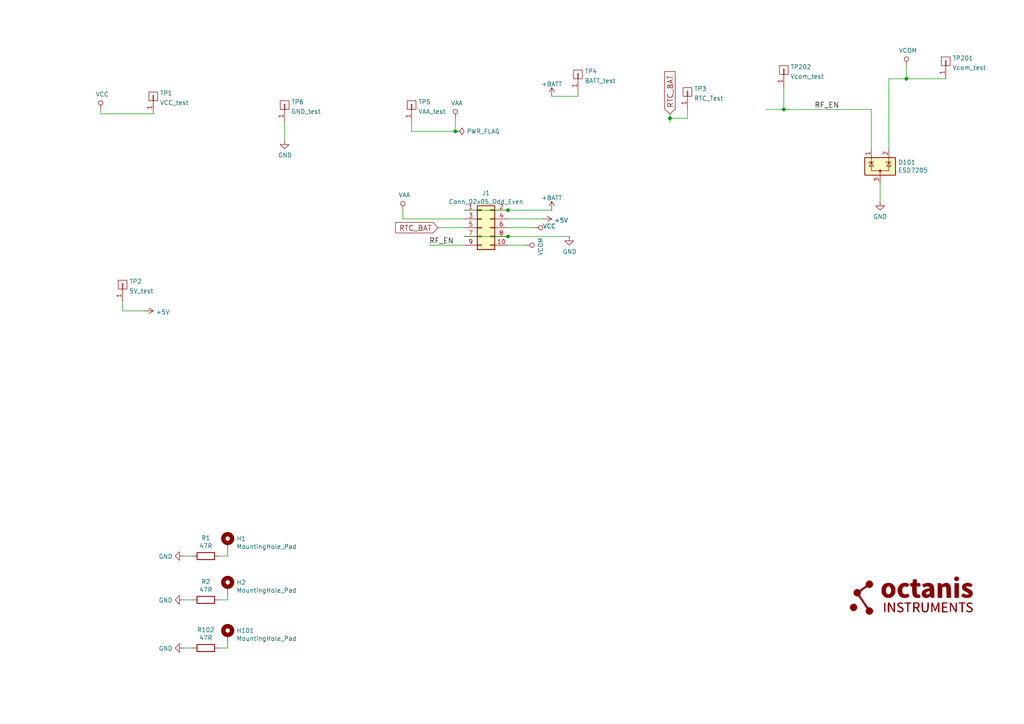
<source format=kicad_sch>
(kicad_sch (version 20211123) (generator eeschema)
  (paper "A4")
  (title_block (title "NB2-MAIN") (date "2022-01-30") (rev "3.2") (company "Octanis Instruments GmbH"))
  (lib_symbols
    (symbol "Connector_Generic:Conn_02x05_Odd_Even" (pin_names (offset 1.016) hide)
      (property "Reference" "J" (at 1.27 7.62 0))
      (property "Value" "Conn_02x05_Odd_Even" (at 1.27 -7.62 0))
      (symbol "Conn_02x05_Odd_Even_1_1"
        (rectangle (start -1.27 -4.953) (end 0 -5.207) (stroke (width 0.1524)))
        (rectangle (start -1.27 -2.413) (end 0 -2.667) (stroke (width 0.1524)))
        (rectangle (start -1.27 0.127) (end 0 -0.127) (stroke (width 0.1524)))
        (rectangle (start -1.27 2.667) (end 0 2.413) (stroke (width 0.1524)))
        (rectangle (start -1.27 5.207) (end 0 4.953) (stroke (width 0.1524)))
        (rectangle (start -1.27 6.35) (end 3.81 -6.35) (stroke (width 0.254)) (fill (type background)))
        (rectangle (start 3.81 -4.953) (end 2.54 -5.207) (stroke (width 0.1524)))
        (rectangle (start 3.81 -2.413) (end 2.54 -2.667) (stroke (width 0.1524)))
        (rectangle (start 3.81 0.127) (end 2.54 -0.127) (stroke (width 0.1524)))
        (rectangle (start 3.81 2.667) (end 2.54 2.413) (stroke (width 0.1524)))
        (rectangle (start 3.81 5.207) (end 2.54 4.953) (stroke (width 0.1524)))
        (pin passive line (at -5.08 5.08 0) (length 3.81) (name "Pin_1") (number "1"))
        (pin passive line (at 7.62 -5.08 180) (length 3.81) (name "Pin_10") (number "10"))
        (pin passive line (at 7.62 5.08 180) (length 3.81) (name "Pin_2") (number "2"))
        (pin passive line (at -5.08 2.54 0) (length 3.81) (name "Pin_3") (number "3"))
        (pin passive line (at 7.62 2.54 180) (length 3.81) (name "Pin_4") (number "4"))
        (pin passive line (at -5.08 0 0) (length 3.81) (name "Pin_5") (number "5"))
        (pin passive line (at 7.62 0 180) (length 3.81) (name "Pin_6") (number "6"))
        (pin passive line (at -5.08 -2.54 0) (length 3.81) (name "Pin_7") (number "7"))
        (pin passive line (at 7.62 -2.54 180) (length 3.81) (name "Pin_8") (number "8"))
        (pin passive line (at -5.08 -5.08 0) (length 3.81) (name "Pin_9") (number "9"))
      )
    )
    (symbol "Device:R" (pin_numbers hide) (pin_names (offset 0))
      (property "Reference" "R" (at 2.032 0 90))
      (property "Value" "Device_R" (at 0 0 90))
      (symbol "R_0_1"
        (rectangle (start -1.016 -2.54) (end 1.016 2.54) (stroke (width 0.254)))
      )
      (symbol "R_1_1"
        (pin passive line (at 0 3.81 270) (length 1.27) (name "~") (number "1"))
        (pin passive line (at 0 -3.81 90) (length 1.27) (name "~") (number "2"))
      )
    )
    (symbol "GND_1" (power) (pin_names (offset 0))
      (property "Value" "GND_1" (at 0 -3.81 0))
      (symbol "GND_1_0_1"
        (polyline (pts (xy 0 0) (xy 0 -1.27) (xy 1.27 -1.27) (xy 0 -2.54) (xy -1.27 -1.27) (xy 0 -1.27)))
      )
      (symbol "GND_1_1_1"
        (pin power_in line (at 0 0 270) (length 0) hide (name "GND") (number "1"))
      )
    )
    (symbol "Mechanical:MountingHole_Pad" (pin_numbers hide) (pin_names (offset 1.016) hide)
      (property "Reference" "H" (at 0 6.35 0))
      (property "Value" "Mechanical_MountingHole_Pad" (at 0 4.445 0))
      (symbol "MountingHole_Pad_0_1"
        (circle (center 0 1.27) (radius 1.27) (stroke (width 1.27)))
      )
      (symbol "MountingHole_Pad_1_1"
        (pin input line (at 0 -2.54 90) (length 2.54) (name "1") (number "1"))
      )
    )
    (symbol "Nestbox_v2-rescue:+5V-power1" (power) (pin_names (offset 0))
      (property "Value" "+5V-power1" (at 0 3.556 0))
      (symbol "+5V-power1_0_1"
        (polyline (pts (xy -0.762 1.27) (xy 0 2.54)))
        (polyline (pts (xy 0 0) (xy 0 2.54)))
        (polyline (pts (xy 0 2.54) (xy 0.762 1.27)))
      )
      (symbol "+5V-power1_1_1"
        (pin power_in line (at 0 0 90) (length 0) hide (name "+5V") (number "1"))
      )
    )
    (symbol "Nestbox_v2-rescue:+BATT-power1" (power) (pin_names (offset 0))
      (property "Value" "+BATT-power1" (at 0 3.556 0))
      (symbol "+BATT-power1_0_1"
        (polyline (pts (xy -0.762 1.27) (xy 0 2.54)))
        (polyline (pts (xy 0 0) (xy 0 2.54)))
        (polyline (pts (xy 0 2.54) (xy 0.762 1.27)))
      )
      (symbol "+BATT-power1_1_1"
        (pin power_in line (at 0 0 90) (length 0) hide (name "+BATT") (number "1"))
      )
    )
    (symbol "Nestbox_v2-rescue:CONN_01X01" (pin_names (offset 1.016) hide)
      (property "Reference" "J" (at 0 2.54 0))
      (property "Value" "CONN_01X01" (at 2.54 0 90))
      (symbol "CONN_01X01_0_1"
        (rectangle (start -1.27 0.127) (end 0.254 -0.127))
        (rectangle (start -1.27 1.27) (end 1.27 -1.27))
      )
      (symbol "CONN_01X01_1_1"
        (pin passive line (at -5.08 0 0) (length 3.81) (name "P1") (number "1"))
      )
    )
    (symbol "Nestbox_v2-rescue:GND-power1" (power) (pin_names (offset 0))
      (property "Value" "GND-power1" (at 0 -3.81 0))
      (symbol "GND-power1_0_1"
        (polyline (pts (xy 0 0) (xy 0 -1.27) (xy 1.27 -1.27) (xy 0 -2.54) (xy -1.27 -1.27) (xy 0 -1.27)))
      )
      (symbol "GND-power1_1_1"
        (pin power_in line (at 0 0 270) (length 0) hide (name "GND") (number "1"))
      )
    )
    (symbol "Nestbox_v2-rescue:VAA-power1" (power) (pin_names (offset 0))
      (property "Value" "VAA-power1" (at 0 3.81 0))
      (symbol "VAA-power1_0_1"
        (polyline (pts (xy 0 0) (xy 0 1.27)))
        (circle (center 0 1.905) (radius 0.635))
      )
      (symbol "VAA-power1_1_1"
        (pin power_in line (at 0 0 90) (length 0) hide (name "VAA") (number "1"))
      )
    )
    (symbol "Power_Protection:SP0502BAHT" (pin_names hide)
      (property "Reference" "D" (at 5.715 2.54 0))
      (property "Value" "Power_Protection_SP0502BAHT" (at 5.715 0.635 0))
      (symbol "SP0502BAHT_0_0"
        (pin passive line (at 0 -5.08 90) (length 2.54) (name "A") (number "3"))
      )
      (symbol "SP0502BAHT_0_1"
        (rectangle (start -4.445 2.54) (end 4.445 -2.54) (stroke (width 0.254)) (fill (type background)))
        (circle (center 0 -1.27) (radius 0.254) (fill (type outline)))
        (polyline (pts (xy -2.54 2.54) (xy -2.54 1.27)))
        (polyline (pts (xy 0 -1.27) (xy 0 -2.54)))
        (polyline (pts (xy 2.54 2.54) (xy 2.54 1.27)))
        (polyline (pts (xy -3.302 1.016) (xy -3.302 1.27) (xy -1.905 1.27) (xy -1.778 1.27)))
        (polyline (pts (xy -2.54 1.27) (xy -2.54 -1.27) (xy 2.54 -1.27) (xy 2.54 1.27)))
        (polyline (pts (xy -2.54 1.27) (xy -1.905 0) (xy -3.175 0) (xy -2.54 1.27)))
        (polyline (pts (xy 1.778 1.016) (xy 1.778 1.27) (xy 3.175 1.27) (xy 3.302 1.27)))
        (polyline (pts (xy 2.54 1.27) (xy 1.905 0) (xy 3.175 0) (xy 2.54 1.27)))
      )
      (symbol "SP0502BAHT_1_1"
        (pin passive line (at -2.54 5.08 270) (length 2.54) (name "K") (number "1"))
        (pin passive line (at 2.54 5.08 270) (length 2.54) (name "K") (number "2"))
      )
    )
    (symbol "oi_logo:LOGO" (pin_names (offset 1.016))
      (symbol "LOGO_0_0"
        (polyline (pts (xy 13.9192 3.5306) (xy 12.7 3.5306) (xy 12.7 -0.635) (xy 13.9192 -0.635) (xy 13.9192 3.5306)) (stroke (width 0.0254)) (fill (type outline)))
        (polyline (pts (xy 13.589 4.2926) (xy 13.843 4.4704) (xy 13.9954 4.7498) (xy 13.97 5.0038) (xy 13.7922 5.2578) (xy 13.716 5.3086) (xy 13.4366 5.461) (xy 13.1318 5.461) (xy 12.8778 5.3594) (xy 12.6746 5.1308) (xy 12.5984 4.8514) (xy 12.6492 4.6228) (xy 12.7762 4.3942) (xy 12.9794 4.2672) (xy 13.2842 4.2164) (xy 13.589 4.2926)) (stroke (width 0.0254)) (fill (type outline)))
        (polyline (pts (xy -7.4676 -4.7752) (xy -7.4422 -4.6228) (xy -7.4168 -4.3688) (xy -7.4168 -2.5908) (xy -7.4422 -2.3114) (xy -7.4676 -2.1336) (xy -7.493 -2.0574) (xy -7.5438 -2.032) (xy -7.5946 -2.0574) (xy -7.62 -2.1082) (xy -7.6454 -2.2606) (xy -7.6708 -2.5146) (xy -7.6708 -4.2926) (xy -7.6454 -4.572) (xy -7.62 -4.7498) (xy -7.5946 -4.826) (xy -7.5438 -4.8514) (xy -7.493 -4.8514) (xy -7.4676 -4.7752)) (stroke (width 0.0254)) (fill (type outline)))
        (polyline (pts (xy -16.1798 -4.3942) (xy -15.9258 -4.2418) (xy -15.748 -4.0386) (xy -15.5956 -3.6576) (xy -15.5702 -3.2766) (xy -15.6972 -2.921) (xy -15.9512 -2.6162) (xy -16.3322 -2.4384) (xy -16.4338 -2.413) (xy -16.7894 -2.4384) (xy -17.1196 -2.5908) (xy -17.4244 -2.8448) (xy -17.6022 -3.175) (xy -17.6276 -3.4036) (xy -17.5768 -3.7846) (xy -17.3482 -4.1148) (xy -16.9926 -4.3942) (xy -16.8148 -4.4704) (xy -16.51 -4.4704) (xy -16.1798 -4.3942)) (stroke (width 0.0254)) (fill (type outline)))
        (polyline (pts (xy 10.6172 -4.826) (xy 10.7188 -4.7752) (xy 10.7442 -4.7244) (xy 10.7442 -4.6736) (xy 10.6426 -4.6228) (xy 10.4394 -4.5974) (xy 9.4234 -4.5974) (xy 9.4234 -3.5306) (xy 10.3124 -3.5306) (xy 10.4394 -3.4798) (xy 10.4902 -3.4036) (xy 10.4902 -3.3782) (xy 10.4394 -3.302) (xy 10.2616 -3.2766) (xy 9.4234 -3.2766) (xy 9.4234 -2.286) (xy 10.4902 -2.286) (xy 10.6426 -2.2352) (xy 10.668 -2.159) (xy 10.6172 -2.0828) (xy 10.4902 -2.0574) (xy 10.2616 -2.032) (xy 9.0678 -2.032) (xy 9.0678 -4.8514) (xy 10.3886 -4.8514) (xy 10.6172 -4.826)) (stroke (width 0.0254)) (fill (type outline)))
        (polyline (pts (xy 15.0368 -4.7752) (xy 15.0622 -4.6482) (xy 15.0622 -4.4196) (xy 15.0876 -4.064) (xy 15.0876 -2.286) (xy 15.6464 -2.286) (xy 15.8242 -2.2606) (xy 15.875 -2.159) (xy 15.8496 -2.1082) (xy 15.7734 -2.0828) (xy 15.5956 -2.0574) (xy 15.2908 -2.032) (xy 14.5034 -2.032) (xy 14.1732 -2.0574) (xy 13.97 -2.0574) (xy 13.8684 -2.1082) (xy 13.843 -2.159) (xy 13.8684 -2.2352) (xy 13.9954 -2.286) (xy 14.732 -2.286) (xy 14.732 -4.4958) (xy 14.7574 -4.699) (xy 14.7828 -4.8006) (xy 14.8336 -4.8514) (xy 14.986 -4.8514) (xy 15.0368 -4.7752)) (stroke (width 0.0254)) (fill (type outline)))
        (polyline (pts (xy -0.7874 -4.8006) (xy -0.7366 -4.6736) (xy -0.7112 -4.4704) (xy -0.7112 -4.1148) (xy -0.6858 -3.6068) (xy -0.6604 -2.3368) (xy -0.254 -2.3114) (xy -0.1016 -2.3114) (xy 0.1016 -2.2606) (xy 0.1778 -2.159) (xy 0.1524 -2.1336) (xy 0.0762 -2.0828) (xy -0.1016 -2.0574) (xy -0.4064 -2.032) (xy -1.1938 -2.032) (xy -1.524 -2.0574) (xy -1.7272 -2.0574) (xy -1.8288 -2.1082) (xy -1.8542 -2.159) (xy -1.8288 -2.2352) (xy -1.7018 -2.286) (xy -0.9652 -2.286) (xy -0.9652 -4.5466) (xy -0.9398 -4.7244) (xy -0.889 -4.826) (xy -0.8382 -4.8514) (xy -0.7874 -4.8006)) (stroke (width 0.0254)) (fill (type outline)))
        (polyline (pts (xy 9.0678 2.286) (xy 9.3726 2.4638) (xy 9.6012 2.5908) (xy 9.906 2.6416) (xy 10.1854 2.5146) (xy 10.2108 2.4892) (xy 10.2616 2.413) (xy 10.3124 2.3114) (xy 10.3378 2.1336) (xy 10.3632 1.8542) (xy 10.3632 1.4478) (xy 10.3886 0.889) (xy 10.414 -0.635) (xy 11.6586 -0.635) (xy 11.6332 0.9906) (xy 11.6332 1.0922) (xy 11.6078 1.651) (xy 11.5824 2.0828) (xy 11.557 2.3876) (xy 11.5316 2.6162) (xy 11.4808 2.794) (xy 11.4046 2.9464) (xy 11.1506 3.3274) (xy 10.795 3.556) (xy 10.3886 3.6576) (xy 9.906 3.5814) (xy 9.4234 3.3528) (xy 9.2202 3.2258) (xy 9.0424 3.1242) (xy 8.9408 3.0734) (xy 8.8646 3.302) (xy 8.8392 3.4036) (xy 8.763 3.4798) (xy 8.6106 3.5052) (xy 8.3312 3.5306) (xy 7.8486 3.5306) (xy 7.8486 -0.635) (xy 9.0678 -0.635) (xy 9.0678 2.286)) (stroke (width 0.0254)) (fill (type outline)))
        (polyline (pts (xy -1.143 -0.6096) (xy -0.7112 -0.4318) (xy -0.3556 -0.2286) (xy -0.5588 0.0762) (xy -0.5842 0.1524) (xy -0.7366 0.381) (xy -0.8382 0.4826) (xy -0.9652 0.4826) (xy -1.143 0.4064) (xy -1.4732 0.2794) (xy -1.8288 0.3048) (xy -2.159 0.4572) (xy -2.3876 0.7366) (xy -2.5146 1.1176) (xy -2.54 1.6002) (xy -2.4384 2.0066) (xy -2.2606 2.3622) (xy -1.9812 2.5908) (xy -1.651 2.667) (xy -1.2954 2.6162) (xy -0.9906 2.4638) (xy -0.7112 2.8448) (xy -0.4318 3.2004) (xy -0.635 3.3528) (xy -0.8636 3.4798) (xy -1.2954 3.6068) (xy -1.778 3.6322) (xy -2.286 3.556) (xy -2.7178 3.4036) (xy -2.8194 3.3274) (xy -3.048 3.1496) (xy -3.2766 2.921) (xy -3.4798 2.667) (xy -3.7084 2.159) (xy -3.7846 1.6002) (xy -3.7592 1.0668) (xy -3.6068 0.5334) (xy -3.3528 0.0508) (xy -2.9718 -0.3302) (xy -2.5146 -0.5842) (xy -2.1336 -0.6604) (xy -1.6256 -0.6858) (xy -1.143 -0.6096)) (stroke (width 0.0254)) (fill (type outline)))
        (polyline (pts (xy 2.5654 -0.635) (xy 2.667 -0.5842) (xy 2.7432 -0.4826) (xy 2.7432 -0.2794) (xy 2.6924 0.0508) (xy 2.6416 0.1778) (xy 2.5146 0.254) (xy 2.286 0.254) (xy 2.0828 0.2794) (xy 1.905 0.3556) (xy 1.778 0.4826) (xy 1.7272 0.7366) (xy 1.6764 1.1176) (xy 1.6764 2.6416) (xy 2.7178 2.6416) (xy 2.7178 3.5052) (xy 2.2352 3.5306) (xy 1.7272 3.556) (xy 1.7018 4.1148) (xy 1.651 4.6736) (xy 0.7112 4.6736) (xy 0.6604 4.3434) (xy 0.6096 4.1402) (xy 0.5588 3.8354) (xy 0.508 3.6322) (xy 0.4572 3.556) (xy 0.3556 3.5306) (xy -0.1016 3.5306) (xy -0.1016 2.8702) (xy -0.0508 2.7178) (xy 0.0254 2.6416) (xy 0.4318 2.6416) (xy 0.4318 1.7526) (xy 0.4572 1.0668) (xy 0.508 0.5588) (xy 0.6096 0.1524) (xy 0.762 -0.1524) (xy 0.9652 -0.381) (xy 1.2446 -0.5588) (xy 1.3208 -0.6096) (xy 1.7018 -0.6858) (xy 2.159 -0.6858) (xy 2.5654 -0.635)) (stroke (width 0.0254)) (fill (type outline)))
        (polyline (pts (xy 13.2334 -4.826) (xy 13.2588 -4.7498) (xy 13.2842 -4.5974) (xy 13.3096 -4.3434) (xy 13.3096 -2.6162) (xy 13.2842 -2.3368) (xy 13.2588 -2.159) (xy 13.2334 -2.0574) (xy 13.1826 -2.032) (xy 13.1318 -2.0574) (xy 13.081 -2.1844) (xy 13.0556 -2.3876) (xy 13.0302 -2.7178) (xy 13.0302 -3.2004) (xy 13.0048 -4.3688) (xy 12.3444 -3.2004) (xy 12.2428 -3.0226) (xy 11.9888 -2.5654) (xy 11.7856 -2.2606) (xy 11.6332 -2.0828) (xy 11.5316 -2.032) (xy 11.5062 -2.032) (xy 11.4554 -2.0574) (xy 11.4046 -2.1336) (xy 11.4046 -2.286) (xy 11.3792 -2.54) (xy 11.3792 -4.2926) (xy 11.4046 -4.572) (xy 11.43 -4.7498) (xy 11.4554 -4.826) (xy 11.5062 -4.8514) (xy 11.557 -4.826) (xy 11.6078 -4.699) (xy 11.6332 -4.4958) (xy 11.6332 -2.5146) (xy 12.319 -3.683) (xy 12.446 -3.937) (xy 12.7254 -4.3688) (xy 12.9032 -4.6482) (xy 13.0556 -4.8006) (xy 13.1572 -4.8514) (xy 13.1826 -4.8514) (xy 13.2334 -4.826)) (stroke (width 0.0254)) (fill (type outline)))
        (polyline (pts (xy 4.5974 -4.8006) (xy 4.826 -4.6482) (xy 5.0038 -4.3942) (xy 5.1054 -4.0386) (xy 5.1816 -3.5052) (xy 5.207 -2.8448) (xy 5.207 -2.54) (xy 5.1816 -2.2606) (xy 5.1562 -2.1082) (xy 5.1054 -2.0574) (xy 5.0292 -2.032) (xy 4.9784 -2.032) (xy 4.9276 -2.0828) (xy 4.8768 -2.1844) (xy 4.8514 -2.3622) (xy 4.8514 -2.667) (xy 4.826 -3.1242) (xy 4.826 -3.6068) (xy 4.8006 -3.937) (xy 4.7498 -4.1656) (xy 4.699 -4.2926) (xy 4.5466 -4.4958) (xy 4.2672 -4.5974) (xy 3.9624 -4.572) (xy 3.7084 -4.4196) (xy 3.6576 -4.3942) (xy 3.6068 -4.2926) (xy 3.556 -4.1402) (xy 3.5306 -3.937) (xy 3.5306 -2.7686) (xy 3.5052 -2.413) (xy 3.5052 -2.2098) (xy 3.4798 -2.0828) (xy 3.429 -2.032) (xy 3.302 -2.032) (xy 3.2512 -2.0574) (xy 3.2004 -2.159) (xy 3.175 -2.3114) (xy 3.175 -3.4544) (xy 3.2258 -3.9624) (xy 3.302 -4.3434) (xy 3.4036 -4.5974) (xy 3.5814 -4.7498) (xy 3.6322 -4.7752) (xy 3.8608 -4.826) (xy 4.1656 -4.8514) (xy 4.2672 -4.8514) (xy 4.5974 -4.8006)) (stroke (width 0.0254)) (fill (type outline)))
        (polyline (pts (xy -2.7432 -4.826) (xy -2.413 -4.699) (xy -2.1844 -4.4704) (xy -2.1082 -4.1148) (xy -2.1336 -4.064) (xy -2.159 -3.8354) (xy -2.286 -3.6322) (xy -2.54 -3.429) (xy -2.921 -3.2258) (xy -3.0226 -3.175) (xy -3.302 -3.0226) (xy -3.4544 -2.8956) (xy -3.5306 -2.7432) (xy -3.5052 -2.5908) (xy -3.3528 -2.413) (xy -3.1242 -2.3114) (xy -2.8448 -2.3114) (xy -2.54 -2.3876) (xy -2.413 -2.4384) (xy -2.286 -2.413) (xy -2.2606 -2.3114) (xy -2.3876 -2.1844) (xy -2.413 -2.1844) (xy -2.6924 -2.0574) (xy -3.0226 -2.032) (xy -3.3528 -2.0828) (xy -3.6068 -2.2098) (xy -3.7846 -2.413) (xy -3.8608 -2.7178) (xy -3.7846 -2.9972) (xy -3.5306 -3.2766) (xy -3.0988 -3.5306) (xy -2.5908 -3.8354) (xy -2.4892 -3.9624) (xy -2.413 -4.1402) (xy -2.4892 -4.3434) (xy -2.6416 -4.4958) (xy -2.8956 -4.572) (xy -3.2258 -4.572) (xy -3.5306 -4.445) (xy -3.6576 -4.3942) (xy -3.8608 -4.3688) (xy -3.9624 -4.4196) (xy -3.9116 -4.5466) (xy -3.7338 -4.699) (xy -3.7084 -4.7244) (xy -3.4036 -4.826) (xy -3.0226 -4.8514) (xy -2.7432 -4.826)) (stroke (width 0.0254)) (fill (type outline)))
        (polyline (pts (xy 17.3228 -4.826) (xy 17.526 -4.7752) (xy 17.7292 -4.5974) (xy 17.8816 -4.3942) (xy 17.9832 -4.0894) (xy 17.907 -3.81) (xy 17.653 -3.5306) (xy 17.2212 -3.2766) (xy 16.8402 -3.0734) (xy 16.6116 -2.8702) (xy 16.5608 -2.6924) (xy 16.637 -2.4892) (xy 16.8402 -2.3368) (xy 17.145 -2.3114) (xy 17.6784 -2.4638) (xy 17.8308 -2.413) (xy 17.8562 -2.3368) (xy 17.7546 -2.2352) (xy 17.5514 -2.1336) (xy 17.2974 -2.0574) (xy 17.018 -2.032) (xy 16.9926 -2.032) (xy 16.6624 -2.1082) (xy 16.4084 -2.286) (xy 16.256 -2.54) (xy 16.2306 -2.8448) (xy 16.3322 -3.1242) (xy 16.4846 -3.2512) (xy 16.7386 -3.4036) (xy 17.018 -3.5814) (xy 17.2212 -3.6576) (xy 17.4498 -3.81) (xy 17.5768 -3.937) (xy 17.6276 -4.064) (xy 17.6022 -4.2418) (xy 17.5006 -4.445) (xy 17.3482 -4.5466) (xy 17.0434 -4.5974) (xy 16.7386 -4.5466) (xy 16.4592 -4.4196) (xy 16.2814 -4.318) (xy 16.1798 -4.2926) (xy 16.129 -4.3942) (xy 16.1798 -4.572) (xy 16.383 -4.7244) (xy 16.4592 -4.7498) (xy 16.7386 -4.826) (xy 17.0434 -4.8514) (xy 17.3228 -4.826)) (stroke (width 0.0254)) (fill (type outline)))
        (polyline (pts (xy -6.2992 -4.8006) (xy -6.2738 -4.6736) (xy -6.2738 -2.6162) (xy -6.2484 -2.5654) (xy -6.223 -2.5908) (xy -6.1468 -2.7432) (xy -5.9944 -3.0226) (xy -5.7912 -3.3528) (xy -5.5626 -3.7592) (xy -5.5118 -3.8862) (xy -5.2324 -4.318) (xy -5.0292 -4.5974) (xy -4.9022 -4.7752) (xy -4.7752 -4.8514) (xy -4.7244 -4.8514) (xy -4.6736 -4.826) (xy -4.6228 -4.7498) (xy -4.5974 -4.5974) (xy -4.5974 -2.3368) (xy -4.6228 -2.159) (xy -4.6482 -2.0828) (xy -4.699 -2.032) (xy -4.8006 -2.032) (xy -4.8768 -2.0574) (xy -4.9022 -2.0828) (xy -4.9276 -2.2098) (xy -4.953 -2.413) (xy -4.953 -2.7432) (xy -4.9276 -3.2258) (xy -4.8768 -4.4196) (xy -5.5626 -3.2258) (xy -5.6642 -3.0226) (xy -5.8928 -2.6162) (xy -6.096 -2.3368) (xy -6.223 -2.159) (xy -6.3246 -2.0574) (xy -6.4262 -2.032) (xy -6.477 -2.032) (xy -6.5532 -2.0574) (xy -6.5786 -2.1336) (xy -6.604 -2.286) (xy -6.604 -2.54) (xy -6.6294 -2.921) (xy -6.6294 -3.8608) (xy -6.604 -4.2672) (xy -6.604 -4.5466) (xy -6.5786 -4.7244) (xy -6.5532 -4.8006) (xy -6.5024 -4.8514) (xy -6.35 -4.8514) (xy -6.2992 -4.8006)) (stroke (width 0.0254)) (fill (type outline)))
        (polyline (pts (xy -6.0706 -0.6604) (xy -5.5372 -0.4572) (xy -5.08 -0.127) (xy -4.7498 0.3302) (xy -4.6482 0.5334) (xy -4.5466 0.7874) (xy -4.4958 1.0668) (xy -4.4704 1.4478) (xy -4.4704 1.524) (xy -4.5466 2.159) (xy -4.7752 2.6924) (xy -5.1054 3.1242) (xy -5.6134 3.4544) (xy -5.8674 3.556) (xy -6.3754 3.6322) (xy -6.9088 3.5814) (xy -7.4168 3.429) (xy -7.8486 3.1496) (xy -8.0772 2.8448) (xy -8.3058 2.3622) (xy -8.4328 1.8288) (xy -8.4328 1.4224) (xy -7.239 1.4224) (xy -7.239 1.5748) (xy -7.1628 2.0574) (xy -7.0358 2.3876) (xy -6.7818 2.5908) (xy -6.7564 2.6162) (xy -6.4262 2.6924) (xy -6.1214 2.6162) (xy -5.8928 2.3622) (xy -5.7404 1.9558) (xy -5.6896 1.7272) (xy -5.6896 1.2446) (xy -5.7912 0.8382) (xy -6.0198 0.508) (xy -6.0198 0.4826) (xy -6.2992 0.3048) (xy -6.5786 0.254) (xy -6.8326 0.381) (xy -7.0358 0.6096) (xy -7.1882 0.9652) (xy -7.239 1.4224) (xy -8.4328 1.4224) (xy -8.4582 1.2446) (xy -8.382 0.6604) (xy -8.3566 0.5842) (xy -8.1534 0.254) (xy -7.874 -0.1016) (xy -7.5438 -0.381) (xy -7.1882 -0.5842) (xy -7.1628 -0.5842) (xy -6.604 -0.7112) (xy -6.0706 -0.6604)) (stroke (width 0.0254)) (fill (type outline)))
        (polyline (pts (xy 0.9906 -4.826) (xy 1.016 -4.7498) (xy 1.0414 -4.572) (xy 1.0668 -4.2418) (xy 1.0668 -3.6322) (xy 1.4732 -3.6322) (xy 1.6002 -3.7338) (xy 1.7272 -3.9116) (xy 1.905 -4.191) (xy 1.9304 -4.2418) (xy 2.0828 -4.5212) (xy 2.2352 -4.7244) (xy 2.3368 -4.826) (xy 2.3622 -4.826) (xy 2.4892 -4.8514) (xy 2.54 -4.7752) (xy 2.4638 -4.572) (xy 2.286 -4.2418) (xy 2.2606 -4.191) (xy 2.0828 -3.9116) (xy 2.032 -3.7338) (xy 2.032 -3.6322) (xy 2.0828 -3.5814) (xy 2.3114 -3.4036) (xy 2.4892 -3.1496) (xy 2.54 -2.8448) (xy 2.5146 -2.6162) (xy 2.413 -2.3368) (xy 2.159 -2.159) (xy 1.8034 -2.0574) (xy 1.27 -2.032) (xy 0.7112 -2.032) (xy 0.7112 -3.3528) (xy 1.0668 -3.3528) (xy 1.0668 -2.286) (xy 1.4478 -2.286) (xy 1.7272 -2.3368) (xy 1.9812 -2.3876) (xy 2.1082 -2.4384) (xy 2.1844 -2.5908) (xy 2.2098 -2.8194) (xy 2.2098 -2.8956) (xy 2.159 -3.1242) (xy 2.032 -3.2766) (xy 1.9812 -3.2766) (xy 1.7526 -3.3274) (xy 1.4478 -3.3528) (xy 1.0668 -3.3528) (xy 0.7112 -3.3528) (xy 0.7112 -4.5212) (xy 0.7366 -4.699) (xy 0.762 -4.8006) (xy 0.8128 -4.8514) (xy 0.889 -4.8514) (xy 0.9906 -4.826)) (stroke (width 0.0254)) (fill (type outline)))
        (polyline (pts (xy 6.223 -4.8006) (xy 6.2484 -4.699) (xy 6.2484 -2.6416) (xy 6.2738 -2.6162) (xy 6.3246 -2.7178) (xy 6.4008 -2.9464) (xy 6.5278 -3.2766) (xy 6.6802 -3.6576) (xy 6.7818 -3.937) (xy 6.9342 -4.2418) (xy 7.0358 -4.4704) (xy 7.112 -4.572) (xy 7.1628 -4.4958) (xy 7.2898 -4.2926) (xy 7.4168 -3.9624) (xy 7.5946 -3.5306) (xy 7.5946 -3.4798) (xy 7.747 -3.0734) (xy 7.8486 -2.7686) (xy 7.9502 -2.54) (xy 7.9756 -2.4638) (xy 7.9756 -3.2258) (xy 7.9502 -3.6576) (xy 7.9502 -3.81) (xy 7.9248 -4.2418) (xy 7.9248 -4.5466) (xy 7.9502 -4.7244) (xy 7.9756 -4.8006) (xy 8.0264 -4.8514) (xy 8.1534 -4.8514) (xy 8.2042 -4.826) (xy 8.255 -4.7498) (xy 8.2804 -4.5974) (xy 8.2804 -2.032) (xy 8.0264 -2.032) (xy 7.9502 -2.0828) (xy 7.874 -2.1844) (xy 7.7724 -2.3622) (xy 7.6454 -2.667) (xy 7.493 -3.0988) (xy 7.112 -4.1656) (xy 6.731 -3.1242) (xy 6.604 -2.7178) (xy 6.477 -2.413) (xy 6.3754 -2.2098) (xy 6.2738 -2.0828) (xy 6.1722 -2.0574) (xy 6.1214 -2.032) (xy 6.0706 -2.0574) (xy 6.0198 -2.1336) (xy 6.0198 -2.286) (xy 5.9944 -2.54) (xy 5.9944 -4.3688) (xy 6.0198 -4.6228) (xy 6.0452 -4.7752) (xy 6.0706 -4.826) (xy 6.1214 -4.8514) (xy 6.1722 -4.8514) (xy 6.223 -4.8006)) (stroke (width 0.0254)) (fill (type outline)))
        (polyline (pts (xy 16.5608 -0.6604) (xy 16.9672 -0.6096) (xy 17.2974 -0.4826) (xy 17.653 -0.2032) (xy 17.8816 0.1524) (xy 17.9324 0.6096) (xy 17.9324 0.635) (xy 17.8816 1.016) (xy 17.7292 1.2954) (xy 17.4498 1.5494) (xy 17.0434 1.778) (xy 16.891 1.8288) (xy 16.129 2.2098) (xy 16.0782 2.286) (xy 16.0528 2.3622) (xy 16.0528 2.4638) (xy 16.0782 2.4638) (xy 16.1036 2.6162) (xy 16.2306 2.6924) (xy 16.4592 2.7178) (xy 16.7894 2.6924) (xy 17.1196 2.5908) (xy 17.1704 2.5654) (xy 17.3482 2.4892) (xy 17.4498 2.5146) (xy 17.5514 2.6416) (xy 17.6276 2.7178) (xy 17.78 2.9464) (xy 17.8308 3.0988) (xy 17.78 3.2258) (xy 17.6022 3.3274) (xy 17.1704 3.5306) (xy 16.6116 3.6576) (xy 16.0274 3.6068) (xy 15.5194 3.4036) (xy 15.1892 3.175) (xy 14.9606 2.794) (xy 14.9098 2.3368) (xy 14.9352 2.0828) (xy 15.0368 1.8288) (xy 15.24 1.5748) (xy 15.5702 1.3462) (xy 16.0528 1.0922) (xy 16.3322 0.9652) (xy 16.6624 0.762) (xy 16.8148 0.5842) (xy 16.8402 0.4318) (xy 16.7132 0.2794) (xy 16.6624 0.2794) (xy 16.383 0.1778) (xy 16.002 0.2286) (xy 15.5956 0.381) (xy 15.1892 0.5842) (xy 14.9098 0.2286) (xy 14.6558 -0.1524) (xy 14.9352 -0.3048) (xy 14.9606 -0.3302) (xy 15.24 -0.4826) (xy 15.5448 -0.5842) (xy 15.6718 -0.635) (xy 16.1036 -0.6858) (xy 16.5608 -0.6604)) (stroke (width 0.0254)) (fill (type outline)))
        (polyline (pts (xy 4.8006 -0.635) (xy 5.1054 -0.5334) (xy 5.3594 -0.4064) (xy 5.5118 -0.2794) (xy 5.588 -0.2032) (xy 5.6896 -0.2032) (xy 5.7404 -0.381) (xy 5.7658 -0.4572) (xy 5.842 -0.5334) (xy 5.9944 -0.5842) (xy 6.2738 -0.6096) (xy 6.7818 -0.635) (xy 6.7818 1.4986) (xy 6.731 2.0574) (xy 6.6548 2.5146) (xy 6.5786 2.8448) (xy 6.4262 3.0734) (xy 6.35 3.2004) (xy 5.9944 3.4544) (xy 5.5372 3.6068) (xy 5.0038 3.6322) (xy 4.445 3.5814) (xy 3.8862 3.3782) (xy 3.6068 3.2512) (xy 3.429 3.1496) (xy 3.3528 3.0988) (xy 3.3528 3.0734) (xy 3.4544 2.921) (xy 3.556 2.7178) (xy 3.683 2.5146) (xy 3.7592 2.3876) (xy 3.81 2.3876) (xy 3.9624 2.4384) (xy 4.2164 2.54) (xy 4.4958 2.6416) (xy 4.826 2.7178) (xy 5.1054 2.667) (xy 5.334 2.5146) (xy 5.4356 2.3876) (xy 5.5372 2.2098) (xy 5.5118 2.0574) (xy 5.3086 2.032) (xy 5.207 2.032) (xy 4.826 1.9558) (xy 4.3942 1.8542) (xy 4.0132 1.6764) (xy 3.7084 1.524) (xy 3.5052 1.3462) (xy 3.2766 0.9652) (xy 3.2004 0.5588) (xy 3.2004 0.508) (xy 4.3688 0.508) (xy 4.3688 0.762) (xy 4.5466 0.9906) (xy 4.8514 1.1684) (xy 5.0038 1.2446) (xy 5.2832 1.3208) (xy 5.461 1.2954) (xy 5.5372 1.1684) (xy 5.5626 0.9398) (xy 5.5372 0.7112) (xy 5.4864 0.5334) (xy 5.334 0.4064) (xy 5.1054 0.3048) (xy 4.826 0.254) (xy 4.572 0.3048) (xy 4.4196 0.4318) (xy 4.3688 0.508) (xy 3.2004 0.508) (xy 3.2512 0.1524) (xy 3.4544 -0.2286) (xy 3.81 -0.5334) (xy 3.8354 -0.5334) (xy 4.1148 -0.6604) (xy 4.3942 -0.7112) (xy 4.4958 -0.7112) (xy 4.8006 -0.635)) (stroke (width 0.0254)) (fill (type outline)))
        (polyline (pts (xy -11.6586 -5.4864) (xy -11.3538 -5.3086) (xy -11.1252 -5.0292) (xy -10.9728 -4.6736) (xy -10.9728 -4.2926) (xy -11.0236 -4.1402) (xy -11.2268 -3.8354) (xy -11.5316 -3.6068) (xy -11.8618 -3.4798) (xy -12.192 -3.4798) (xy -12.2682 -3.4544) (xy -12.3444 -3.4036) (xy -12.4714 -3.2766) (xy -12.6492 -3.048) (xy -12.8778 -2.7432) (xy -13.1826 -2.286) (xy -13.5636 -1.7272) (xy -14.7574 0.0508) (xy -14.605 0.3556) (xy -14.5034 0.6096) (xy -14.5034 1.016) (xy -14.478 1.1176) (xy -14.4018 1.2192) (xy -14.2494 1.3716) (xy -13.9954 1.5494) (xy -13.6144 1.8288) (xy -12.7 2.4638) (xy -12.4206 2.3114) (xy -12.3952 2.3114) (xy -12.0396 2.2098) (xy -11.684 2.286) (xy -11.3538 2.4638) (xy -11.1252 2.7178) (xy -10.9728 3.0734) (xy -10.9728 3.4798) (xy -10.9982 3.556) (xy -11.1506 3.8354) (xy -11.43 4.1148) (xy -11.7348 4.2672) (xy -11.9888 4.318) (xy -12.3444 4.2418) (xy -12.6492 4.0386) (xy -12.9032 3.7592) (xy -13.0302 3.429) (xy -13.0302 2.9464) (xy -13.1064 2.8448) (xy -13.2588 2.6924) (xy -13.5128 2.4892) (xy -13.9192 2.2098) (xy -14.8336 1.5748) (xy -15.113 1.7272) (xy -15.1384 1.7272) (xy -15.494 1.8288) (xy -15.8496 1.778) (xy -16.1544 1.6002) (xy -16.4084 1.3208) (xy -16.5354 0.9652) (xy -16.5354 0.5842) (xy -16.51 0.4064) (xy -16.3068 0.127) (xy -16.002 -0.1016) (xy -15.6718 -0.254) (xy -15.3416 -0.254) (xy -15.3416 -0.2286) (xy -15.2654 -0.254) (xy -15.1638 -0.3048) (xy -15.0368 -0.4572) (xy -14.8844 -0.6604) (xy -14.6558 -0.9906) (xy -14.351 -1.4224) (xy -13.97 -1.9812) (xy -12.7762 -3.7846) (xy -12.9286 -4.064) (xy -12.954 -4.1148) (xy -13.0302 -4.4704) (xy -13.0048 -4.8006) (xy -12.8524 -5.1054) (xy -12.7 -5.2578) (xy -12.4714 -5.4102) (xy -12.3698 -5.461) (xy -12.0142 -5.5372) (xy -11.6586 -5.4864)) (stroke (width 0.0254)) (fill (type outline)))
      )
    )
    (symbol "power:GND" (power) (pin_names (offset 0))
      (property "Value" "power_GND" (at 0 -3.81 0))
      (symbol "GND_0_1"
        (polyline (pts (xy 0 0) (xy 0 -1.27) (xy 1.27 -1.27) (xy 0 -2.54) (xy -1.27 -1.27) (xy 0 -1.27)))
      )
      (symbol "GND_1_1"
        (pin power_in line (at 0 0 270) (length 0) hide (name "GND") (number "1"))
      )
    )
    (symbol "power:PWR_FLAG" (power) (pin_numbers hide) (pin_names (offset 0) hide)
      (property "Value" "power_PWR_FLAG" (at 0 3.81 0))
      (symbol "PWR_FLAG_0_0"
        (pin power_out line (at 0 0 90) (length 0) (name "pwr") (number "1"))
      )
      (symbol "PWR_FLAG_0_1"
        (polyline (pts (xy 0 0) (xy 0 1.27) (xy -1.016 1.905) (xy 0 2.54) (xy 1.016 1.905) (xy 0 1.27)))
      )
    )
    (symbol "power:VCC" (power) (pin_names (offset 0))
      (property "Value" "power_VCC" (at 0 3.81 0))
      (symbol "VCC_0_1"
        (polyline (pts (xy 0 0) (xy 0 1.27)))
        (circle (center 0 1.905) (radius 0.635))
      )
      (symbol "VCC_1_1"
        (pin power_in line (at 0 0 90) (length 0) hide (name "VCC") (number "1"))
      )
    )
    (symbol "power:VCOM" (power) (pin_names (offset 0))
      (property "Value" "power_VCOM" (at 0 3.81 0))
      (symbol "VCOM_0_1"
        (polyline (pts (xy 0 0) (xy 0 1.27)))
        (circle (center 0 1.905) (radius 0.635))
      )
      (symbol "VCOM_1_1"
        (pin power_in line (at 0 0 90) (length 0) hide (name "VCOM") (number "1"))
      )
    )
  )
  (junction (at 132.08 38.1))
  (junction (at 194.31 34.29))
  (junction (at 147.32 60.96))
  (junction (at 262.89 22.86))
  (junction (at 227.33 31.75))
  (junction (at 147.32 68.58))
  (wire (pts (xy 147.32 71.12) (xy 152.4 71.12)))
  (wire (pts (xy 29.21 31.75) (xy 29.21 33.02)))
  (wire (pts (xy 66.04 187.96) (xy 66.04 186.69)))
  (wire (pts (xy 35.56 87.63) (xy 35.56 90.17)))
  (wire (pts (xy 199.39 31.75) (xy 199.39 34.29)))
  (wire (pts (xy 116.84 63.5) (xy 134.62 63.5)))
  (wire (pts (xy 124.46 71.12) (xy 134.62 71.12)))
  (wire (pts (xy 134.62 68.58) (xy 147.32 68.58)))
  (wire (pts (xy 154.94 66.04) (xy 147.32 66.04)))
  (wire (pts (xy 257.81 43.18) (xy 257.81 22.86)))
  (wire (pts (xy 147.32 63.5) (xy 157.48 63.5)))
  (wire (pts (xy 55.88 187.96) (xy 53.34 187.96)))
  (wire (pts (xy 55.88 173.99) (xy 53.34 173.99)))
  (wire (pts (xy 255.27 53.34) (xy 255.27 58.42)))
  (wire (pts (xy 63.5 187.96) (xy 66.04 187.96)))
  (wire (pts (xy 116.84 60.96) (xy 116.84 63.5)))
  (wire (pts (xy 167.64 26.67) (xy 167.64 27.94)))
  (wire (pts (xy 194.31 34.29) (xy 194.31 35.56)))
  (wire (pts (xy 29.21 33.02) (xy 44.45 33.02)))
  (wire (pts (xy 222.25 31.75) (xy 227.33 31.75)))
  (wire (pts (xy 35.56 90.17) (xy 41.91 90.17)))
  (wire (pts (xy 227.33 25.4) (xy 227.33 31.75)))
  (wire (pts (xy 66.04 173.99) (xy 66.04 172.72)))
  (wire (pts (xy 252.73 31.75) (xy 252.73 43.18)))
  (wire (pts (xy 63.5 173.99) (xy 66.04 173.99)))
  (wire (pts (xy 134.62 60.96) (xy 147.32 60.96)))
  (wire (pts (xy 227.33 31.75) (xy 252.73 31.75)))
  (wire (pts (xy 63.5 161.29) (xy 66.04 161.29)))
  (wire (pts (xy 147.32 60.96) (xy 160.02 60.96)))
  (wire (pts (xy 194.31 33.02) (xy 194.31 34.29)))
  (wire (pts (xy 262.89 22.86) (xy 274.32 22.86)))
  (wire (pts (xy 66.04 161.29) (xy 66.04 160.02)))
  (wire (pts (xy 55.88 161.29) (xy 53.34 161.29)))
  (wire (pts (xy 262.89 19.05) (xy 262.89 22.86)))
  (wire (pts (xy 82.55 35.56) (xy 82.55 40.64)))
  (wire (pts (xy 132.08 34.29) (xy 132.08 38.1)))
  (wire (pts (xy 147.32 68.58) (xy 165.1 68.58)))
  (wire (pts (xy 127 66.04) (xy 134.62 66.04)))
  (wire (pts (xy 257.81 22.86) (xy 262.89 22.86)))
  (wire (pts (xy 119.38 38.1) (xy 132.08 38.1)))
  (wire (pts (xy 160.02 27.94) (xy 167.64 27.94)))
  (wire (pts (xy 119.38 35.56) (xy 119.38 38.1)))
  (wire (pts (xy 194.31 34.29) (xy 199.39 34.29)))
  (label "RF_EN" (at 236.22 31.75 0) (effects (font (size 1.524 1.524))))
  (label "RF_EN" (at 124.46 71.12 0) (effects (font (size 1.524 1.524))))
  (global_label "RTC_BAT" (shape input) (at 194.31 33.02 90) (effects (font (size 1.524 1.524))) (property "Intersheet References" "${INTERSHEET_REFS}" (effects hide)))
  (global_label "RTC_BAT" (shape input) (at 127 66.04 180) (effects (font (size 1.524 1.524))) (property "Intersheet References" "${INTERSHEET_REFS}" (effects hide)))
  (symbol (lib_id "power:GND") (at 53.34 187.96 270) (unit 1)
    (property "Reference" "#PWR0103" (effects hide))
    (property "Value" "GND" (at 50.0888 188.087 90) (effects (justify right)))
  )
  (symbol (lib_id "Device:R") (at 59.69 187.96 270) (unit 1)
    (property "Reference" "R102" (at 59.69 182.7022 90))
    (property "Value" "47R" (at 59.69 185.0136 90))
    (property "Footprint" "Resistor_SMD:R_0603_1608Metric" (effects hide))
  )
  (symbol (lib_id "Mechanical:MountingHole_Pad") (at 66.04 184.15 0) (unit 1)
    (property "Reference" "H101" (at 68.58 182.9054 0) (effects (justify left)))
    (property "Value" "MountingHole_Pad" (at 68.58 185.2168 0) (effects (justify left)))
    (property "Footprint" "MountingHole:MountingHole_2.5mm_Pad" (effects hide))
  )
  (symbol (lib_id "Power_Protection:SP0502BAHT") (at 255.27 48.26 0) (unit 1)
    (property "Reference" "D101" (at 260.477 47.0916 0) (effects (justify left)))
    (property "Value" "ESD7205" (at 260.477 49.403 0) (effects (justify left)))
    (property "Footprint" "Package_TO_SOT_SMD:SOT-723" (effects hide))
    (property "MPN" "SZESD7205DT5G" (effects hide))
  )
  (symbol (lib_id "oi_logo:LOGO") (at 264.16 172.72 0) (unit 1)
    (property "Reference" "G101" (effects hide))
    (property "Value" "LOGO" (effects hide))
    (property "Footprint" "lib_fp_global:oi_logo_small" (effects hide))
  )
  (symbol (lib_id "Nestbox_v2-rescue:CONN_01X01") (at 227.33 20.32 90) (unit 1)
    (property "Reference" "TP202" (at 229.235 19.4115 90) (effects (justify right)))
    (property "Value" "Vcom_test" (at 229.235 22.1866 90) (effects (justify right)))
    (property "Footprint" "Connector_Pin:Pin_D0.7mm_L6.5mm_W1.8mm_FlatFork" (effects hide))
  )
  (symbol (lib_id "Nestbox_v2-rescue:+5V-power1") (at 41.91 90.17 270) (unit 1)
    (property "Reference" "#PWR0104" (effects hide))
    (property "Value" "+5V" (at 45.1612 90.551 90) (effects (justify left)))
  )
  (symbol (lib_id "Nestbox_v2-rescue:+BATT-power1") (at 160.02 60.96 0) (unit 1)
    (property "Reference" "#PWR0113" (effects hide))
    (property "Value" "+BATT" (at 160.02 57.404 0))
  )
  (symbol (lib_id "Device:R") (at 59.69 173.99 270) (unit 1)
    (property "Reference" "R2" (at 59.69 168.7322 90))
    (property "Value" "47R" (at 59.69 171.0436 90))
    (property "Footprint" "Resistor_SMD:R_0603_1608Metric" (effects hide))
  )
  (symbol (lib_id "power:VCOM") (at 152.4 71.12 270) (unit 1)
    (property "Reference" "#PWR0111" (effects hide))
    (property "Value" "VCOM" (at 156.7942 71.5518 0))
  )
  (symbol (lib_name "GND_1") (lib_id "power:GND") (at 255.27 58.42 0) (unit 1)
    (property "Reference" "#PWR0108" (effects hide))
    (property "Value" "GND" (at 255.27 62.8634 0))
  )
  (symbol (lib_id "Nestbox_v2-rescue:GND-power1") (at 165.1 68.58 0) (unit 1)
    (property "Reference" "#PWR0114" (effects hide))
    (property "Value" "GND" (at 165.227 72.9742 0))
  )
  (symbol (lib_id "Nestbox_v2-rescue:CONN_01X01") (at 274.32 17.78 90) (unit 1)
    (property "Reference" "TP201" (at 276.225 16.8715 90) (effects (justify right)))
    (property "Value" "Vcom_test" (at 276.225 19.6466 90) (effects (justify right)))
    (property "Footprint" "Connector_Pin:Pin_D0.7mm_L6.5mm_W1.8mm_FlatFork" (effects hide))
  )
  (symbol (lib_id "Nestbox_v2-rescue:VAA-power1") (at 116.84 60.96 0) (unit 1)
    (property "Reference" "#PWR0116" (effects hide))
    (property "Value" "VAA" (at 117.2718 56.5658 0))
  )
  (symbol (lib_id "Mechanical:MountingHole_Pad") (at 66.04 170.18 0) (unit 1)
    (property "Reference" "H2" (at 68.58 168.9354 0) (effects (justify left)))
    (property "Value" "MountingHole_Pad" (at 68.58 171.2468 0) (effects (justify left)))
    (property "Footprint" "MountingHole:MountingHole_2.5mm_Pad" (effects hide))
  )
  (symbol (lib_id "power:VCC") (at 29.21 31.75 0) (unit 1)
    (property "Reference" "#PWR0106" (effects hide))
    (property "Value" "VCC" (at 29.6418 27.3558 0))
  )
  (symbol (lib_id "Nestbox_v2-rescue:GND-power1") (at 82.55 40.64 0) (unit 1)
    (property "Reference" "#PWR0105" (effects hide))
    (property "Value" "GND" (at 82.677 45.0342 0))
  )
  (symbol (lib_id "Nestbox_v2-rescue:CONN_01X01") (at 82.55 30.48 90) (unit 1)
    (property "Reference" "TP6" (at 84.455 29.5715 90) (effects (justify right)))
    (property "Value" "GND_test" (at 84.455 32.3466 90) (effects (justify right)))
    (property "Footprint" "Connector_Pin:Pin_D0.7mm_L6.5mm_W1.8mm_FlatFork" (effects hide))
  )
  (symbol (lib_id "power:PWR_FLAG") (at 132.08 38.1 270) (unit 1)
    (property "Reference" "#FLG0101" (effects hide))
    (property "Value" "PWR_FLAG" (at 135.3312 38.1 90) (effects (justify left)))
  )
  (symbol (lib_id "power:VCC") (at 154.94 66.04 270) (mirror x) (unit 1)
    (property "Reference" "#PWR0115" (effects hide))
    (property "Value" "VCC" (at 159.3342 65.6082 90))
  )
  (symbol (lib_id "Nestbox_v2-rescue:CONN_01X01") (at 167.64 21.59 90) (unit 1)
    (property "Reference" "TP4" (at 169.545 20.6815 90) (effects (justify right)))
    (property "Value" "BATT_test" (at 169.545 23.4566 90) (effects (justify right)))
    (property "Footprint" "Connector_Pin:Pin_D0.7mm_L6.5mm_W1.8mm_FlatFork" (effects hide))
  )
  (symbol (lib_id "Nestbox_v2-rescue:+5V-power1") (at 157.48 63.5 270) (unit 1)
    (property "Reference" "#PWR0112" (effects hide))
    (property "Value" "+5V" (at 160.7312 63.881 90) (effects (justify left)))
  )
  (symbol (lib_id "Nestbox_v2-rescue:+BATT-power1") (at 160.02 27.94 0) (unit 1)
    (property "Reference" "#PWR0102" (effects hide))
    (property "Value" "+BATT" (at 160.02 24.384 0))
  )
  (symbol (lib_id "Nestbox_v2-rescue:CONN_01X01") (at 119.38 30.48 90) (unit 1)
    (property "Reference" "TP5" (at 121.285 29.5715 90) (effects (justify right)))
    (property "Value" "VAA_test" (at 121.285 32.3466 90) (effects (justify right)))
    (property "Footprint" "Connector_Pin:Pin_D0.7mm_L6.5mm_W1.8mm_FlatFork" (effects hide))
  )
  (symbol (lib_id "Device:R") (at 59.69 161.29 270) (unit 1)
    (property "Reference" "R1" (at 59.69 156.0322 90))
    (property "Value" "47R" (at 59.69 158.3436 90))
    (property "Footprint" "Resistor_SMD:R_0603_1608Metric" (effects hide))
  )
  (symbol (lib_id "power:GND") (at 53.34 161.29 270) (unit 1)
    (property "Reference" "#PWR0110" (effects hide))
    (property "Value" "GND" (at 50.0888 161.417 90) (effects (justify right)))
  )
  (symbol (lib_id "power:GND") (at 53.34 173.99 270) (unit 1)
    (property "Reference" "#PWR0109" (effects hide))
    (property "Value" "GND" (at 50.0888 174.117 90) (effects (justify right)))
  )
  (symbol (lib_id "power:VCOM") (at 262.89 19.05 0) (unit 1)
    (property "Reference" "#PWR0101" (effects hide))
    (property "Value" "VCOM" (at 263.3218 14.6558 0))
  )
  (symbol (lib_id "Nestbox_v2-rescue:VAA-power1") (at 132.08 34.29 0) (unit 1)
    (property "Reference" "#PWR0107" (effects hide))
    (property "Value" "VAA" (at 132.5118 29.8958 0))
  )
  (symbol (lib_id "Nestbox_v2-rescue:CONN_01X01") (at 44.45 27.94 90) (unit 1)
    (property "Reference" "TP1" (at 46.355 27.0315 90) (effects (justify right)))
    (property "Value" "VCC_test" (at 46.355 29.8066 90) (effects (justify right)))
    (property "Footprint" "Connector_Pin:Pin_D0.7mm_L6.5mm_W1.8mm_FlatFork" (effects hide))
  )
  (symbol (lib_id "Nestbox_v2-rescue:CONN_01X01") (at 35.56 82.55 90) (unit 1)
    (property "Reference" "TP2" (at 37.465 81.6415 90) (effects (justify right)))
    (property "Value" "5V_test" (at 37.465 84.4166 90) (effects (justify right)))
    (property "Footprint" "Connector_Pin:Pin_D0.7mm_L6.5mm_W1.8mm_FlatFork" (effects hide))
  )
  (symbol (lib_id "Nestbox_v2-rescue:CONN_01X01") (at 199.39 26.67 90) (unit 1)
    (property "Reference" "TP3" (at 201.295 25.7615 90) (effects (justify right)))
    (property "Value" "RTC_Test" (at 201.295 28.5366 90) (effects (justify right)))
    (property "Footprint" "Connector_Pin:Pin_D0.7mm_L6.5mm_W1.8mm_FlatFork" (effects hide))
  )
  (symbol (lib_id "Connector_Generic:Conn_02x05_Odd_Even") (at 139.7 66.04 0) (unit 1)
    (property "Reference" "J1" (at 140.97 55.9902 0))
    (property "Value" "Conn_02x05_Odd_Even" (at 140.97 58.5271 0))
    (property "Footprint" "Connector_IDC:IDC-Header_2x05_P2.54mm_Horizontal" (effects hide))
  )
  (symbol (lib_id "Mechanical:MountingHole_Pad") (at 66.04 157.48 0) (unit 1)
    (property "Reference" "H1" (at 68.58 156.2354 0) (effects (justify left)))
    (property "Value" "MountingHole_Pad" (at 68.58 158.5468 0) (effects (justify left)))
    (property "Footprint" "MountingHole:MountingHole_2.5mm_Pad" (effects hide))
  )
)
</source>
